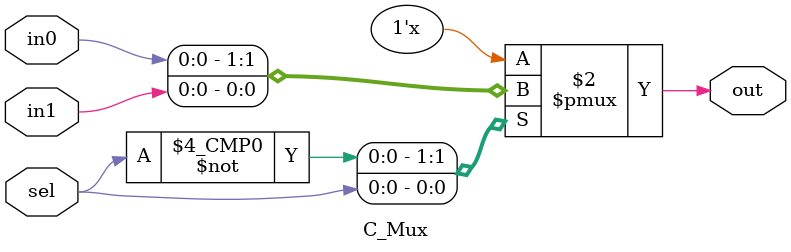
<source format=v>
module C_Mux(sel, in0, in1, out);

	parameter BITS = 1;
	input sel;
	input [BITS-1:0] in0;
	input [BITS-1:0] in1;
	output reg [BITS-1:0] out;

	always @ (sel or in0 or in1) begin
		case(sel)
			1'b0 : out = in0;
			1'b1 : out = in1;
		endcase
	end

endmodule

</source>
